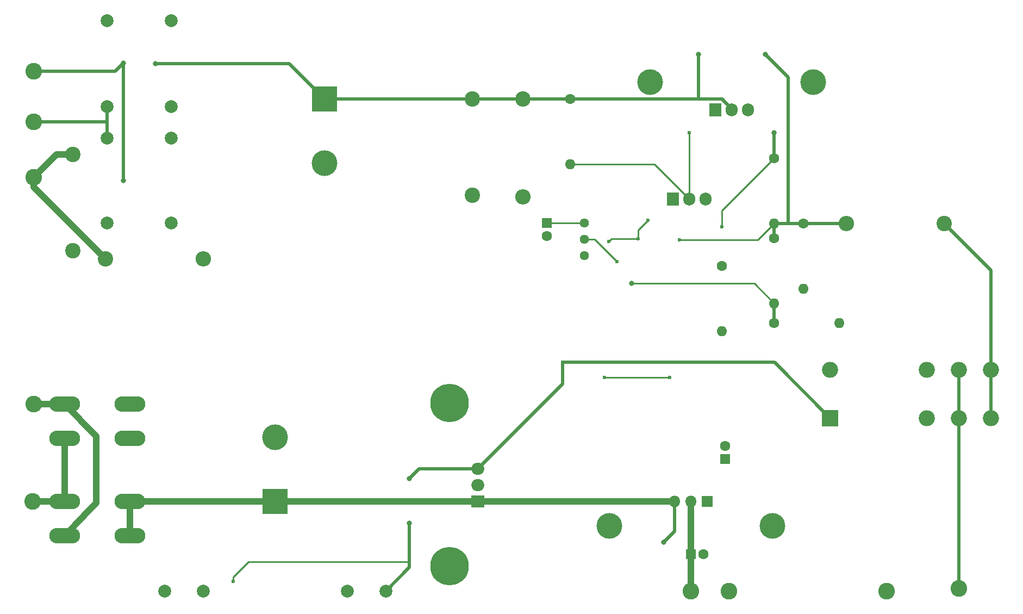
<source format=gbr>
G04 #@! TF.GenerationSoftware,KiCad,Pcbnew,(5.1.10-0-10_14)*
G04 #@! TF.CreationDate,2021-07-18T20:01:09+02:00*
G04 #@! TF.ProjectId,hv-power-supply-v1,68762d70-6f77-4657-922d-737570706c79,rev?*
G04 #@! TF.SameCoordinates,Original*
G04 #@! TF.FileFunction,Copper,L2,Bot*
G04 #@! TF.FilePolarity,Positive*
%FSLAX46Y46*%
G04 Gerber Fmt 4.6, Leading zero omitted, Abs format (unit mm)*
G04 Created by KiCad (PCBNEW (5.1.10-0-10_14)) date 2021-07-18 20:01:09*
%MOMM*%
%LPD*%
G01*
G04 APERTURE LIST*
G04 #@! TA.AperFunction,ComponentPad*
%ADD10C,6.000000*%
G04 #@! TD*
G04 #@! TA.AperFunction,ComponentPad*
%ADD11C,4.000000*%
G04 #@! TD*
G04 #@! TA.AperFunction,ComponentPad*
%ADD12R,4.000000X4.000000*%
G04 #@! TD*
G04 #@! TA.AperFunction,ComponentPad*
%ADD13R,2.000000X1.905000*%
G04 #@! TD*
G04 #@! TA.AperFunction,ComponentPad*
%ADD14O,2.000000X1.905000*%
G04 #@! TD*
G04 #@! TA.AperFunction,ComponentPad*
%ADD15O,2.400000X2.400000*%
G04 #@! TD*
G04 #@! TA.AperFunction,ComponentPad*
%ADD16C,2.400000*%
G04 #@! TD*
G04 #@! TA.AperFunction,ComponentPad*
%ADD17O,4.800600X2.400300*%
G04 #@! TD*
G04 #@! TA.AperFunction,ComponentPad*
%ADD18C,1.600000*%
G04 #@! TD*
G04 #@! TA.AperFunction,ComponentPad*
%ADD19R,1.600000X1.600000*%
G04 #@! TD*
G04 #@! TA.AperFunction,ComponentPad*
%ADD20C,2.000000*%
G04 #@! TD*
G04 #@! TA.AperFunction,ComponentPad*
%ADD21O,1.600000X1.600000*%
G04 #@! TD*
G04 #@! TA.AperFunction,ComponentPad*
%ADD22O,1.905000X2.000000*%
G04 #@! TD*
G04 #@! TA.AperFunction,ComponentPad*
%ADD23R,1.905000X2.000000*%
G04 #@! TD*
G04 #@! TA.AperFunction,ComponentPad*
%ADD24C,2.600000*%
G04 #@! TD*
G04 #@! TA.AperFunction,ComponentPad*
%ADD25C,1.440000*%
G04 #@! TD*
G04 #@! TA.AperFunction,ComponentPad*
%ADD26O,2.500000X2.500000*%
G04 #@! TD*
G04 #@! TA.AperFunction,ComponentPad*
%ADD27R,2.500000X2.500000*%
G04 #@! TD*
G04 #@! TA.AperFunction,ComponentPad*
%ADD28R,1.800000X1.800000*%
G04 #@! TD*
G04 #@! TA.AperFunction,ComponentPad*
%ADD29O,1.800000X1.800000*%
G04 #@! TD*
G04 #@! TA.AperFunction,ViaPad*
%ADD30C,0.800000*%
G04 #@! TD*
G04 #@! TA.AperFunction,ViaPad*
%ADD31C,0.600000*%
G04 #@! TD*
G04 #@! TA.AperFunction,Conductor*
%ADD32C,1.000000*%
G04 #@! TD*
G04 #@! TA.AperFunction,Conductor*
%ADD33C,0.500000*%
G04 #@! TD*
G04 #@! TA.AperFunction,Conductor*
%ADD34C,0.250000*%
G04 #@! TD*
G04 APERTURE END LIST*
D10*
X124206000Y-135890000D03*
X124206000Y-110490000D03*
D11*
X96990000Y-115753000D03*
D12*
X96990000Y-125753000D03*
D13*
X128613000Y-125753000D03*
D14*
X128613000Y-123213000D03*
X128613000Y-120673000D03*
D11*
X155410000Y-60475000D03*
X180810000Y-60475000D03*
X149060000Y-129563000D03*
X174460000Y-129563000D03*
D15*
X185991500Y-82550000D03*
D16*
X201231500Y-82550000D03*
D17*
X64224000Y-110640000D03*
X74384000Y-110640000D03*
X74384000Y-131087000D03*
X64224000Y-131087000D03*
X74384000Y-125753000D03*
X64224000Y-125753000D03*
X64224000Y-115974000D03*
X74384000Y-115974000D03*
D18*
X167094000Y-117149000D03*
D19*
X167094000Y-119149000D03*
D15*
X85814000Y-88034000D03*
D16*
X70574000Y-88034000D03*
D20*
X70828000Y-69238000D03*
X80828000Y-69238000D03*
X70828000Y-82446000D03*
X80828000Y-82446000D03*
X70828000Y-64285000D03*
X80828000Y-64285000D03*
X70828000Y-50950000D03*
X80828000Y-50950000D03*
D21*
X166649500Y-99273500D03*
D18*
X166649500Y-89113500D03*
D21*
X143002000Y-73279000D03*
D18*
X143002000Y-63119000D03*
D21*
X174777500Y-82509500D03*
D18*
X174777500Y-72349500D03*
D22*
X170650000Y-64793000D03*
X168110000Y-64793000D03*
D23*
X165570000Y-64793000D03*
D22*
X164109500Y-78699500D03*
X161569500Y-78699500D03*
D23*
X159029500Y-78699500D03*
D24*
X167729000Y-139723000D03*
X161760000Y-139723000D03*
X59398000Y-110640000D03*
X59271000Y-125753000D03*
X59398000Y-75334000D03*
X59398000Y-66698000D03*
X59398000Y-58824000D03*
D18*
X163760000Y-134008000D03*
D19*
X161760000Y-134008000D03*
D25*
X145186500Y-87526000D03*
X145186500Y-84986000D03*
X145186500Y-82446000D03*
D26*
X183496000Y-105299000D03*
X198496000Y-105299000D03*
X203496000Y-105299000D03*
X208496000Y-105299000D03*
X208496000Y-112799000D03*
X203496000Y-112799000D03*
X198496000Y-112799000D03*
D27*
X183496000Y-112799000D03*
D21*
X179349500Y-92669500D03*
D18*
X179349500Y-82509500D03*
D15*
X135636000Y-78359000D03*
D16*
X135636000Y-63119000D03*
D21*
X184937500Y-98003500D03*
D18*
X174777500Y-98003500D03*
D21*
X174777500Y-94955500D03*
D18*
X174777500Y-84795500D03*
D20*
X108293000Y-139723000D03*
X114262000Y-139723000D03*
X79845000Y-139723000D03*
X85814000Y-139723000D03*
D24*
X192240000Y-139723000D03*
X203543000Y-139342000D03*
D18*
X139382500Y-84423000D03*
D19*
X139382500Y-82423000D03*
D16*
X127762000Y-63119000D03*
X127762000Y-78119000D03*
D11*
X104711500Y-73119000D03*
D12*
X104711500Y-63119000D03*
D16*
X65494000Y-86778000D03*
X65494000Y-71778000D03*
D28*
X164300000Y-125753000D03*
D29*
X161760000Y-125753000D03*
X159220000Y-125753000D03*
D30*
X157569000Y-132103000D03*
D31*
X141800500Y-104120000D03*
D30*
X117945000Y-122197000D03*
X117945000Y-129182000D03*
D31*
X90513000Y-138199000D03*
X166649500Y-83017500D03*
D30*
X174777500Y-68349000D03*
X73368000Y-57554000D03*
X73368000Y-75842000D03*
X78368000Y-57634000D03*
X162966500Y-56157000D03*
D31*
X150304500Y-88455500D03*
X160045500Y-85049500D03*
D30*
X173380500Y-56157000D03*
D31*
X155092500Y-82001500D03*
X153568500Y-84859000D03*
X148971000Y-85344000D03*
X148361500Y-106449000D03*
X158458000Y-106449000D03*
X161569500Y-68349000D03*
D30*
X152552500Y-91844000D03*
D32*
X59398000Y-76858000D02*
X59398000Y-75334000D01*
X70574000Y-88034000D02*
X59398000Y-76858000D01*
X62954000Y-71778000D02*
X59398000Y-75334000D01*
X65494000Y-71778000D02*
X62954000Y-71778000D01*
D33*
X59398000Y-66698000D02*
X70828000Y-66698000D01*
X70828000Y-66698000D02*
X70828000Y-64285000D01*
X70828000Y-69238000D02*
X70828000Y-66698000D01*
D32*
X74384000Y-128166000D02*
X74384000Y-125753000D01*
D33*
X159220000Y-130452000D02*
X157569000Y-132103000D01*
X159220000Y-125753000D02*
X159220000Y-130452000D01*
D32*
X74384000Y-128674000D02*
X74384000Y-128166000D01*
X74384000Y-131087000D02*
X74384000Y-128674000D01*
X74384000Y-125753000D02*
X96990000Y-125753000D01*
X96990000Y-125753000D02*
X128613000Y-125753000D01*
X159220000Y-125753000D02*
X128613000Y-125753000D01*
D33*
X174817000Y-104120000D02*
X183496000Y-112799000D01*
X141800500Y-104120000D02*
X174817000Y-104120000D01*
X141800500Y-107485500D02*
X128613000Y-120673000D01*
X141800500Y-104120000D02*
X141800500Y-107485500D01*
X119469000Y-120673000D02*
X117945000Y-122197000D01*
X128613000Y-120673000D02*
X119469000Y-120673000D01*
X117945000Y-136040000D02*
X114262000Y-139723000D01*
D34*
X90513000Y-138199000D02*
X90513000Y-137515500D01*
X92862500Y-135166000D02*
X117945000Y-135166000D01*
X90513000Y-137515500D02*
X92862500Y-135166000D01*
D33*
X117945000Y-135166000D02*
X117945000Y-136040000D01*
X117945000Y-129182000D02*
X117945000Y-135166000D01*
X184937500Y-98307498D02*
X184937500Y-98003500D01*
X208496000Y-112799000D02*
X208496000Y-105299000D01*
X208496000Y-89814500D02*
X201231500Y-82550000D01*
X208496000Y-105299000D02*
X208496000Y-89814500D01*
X174777500Y-72349500D02*
X174777500Y-68349000D01*
D34*
X166649500Y-80477500D02*
X174777500Y-72349500D01*
X166649500Y-83017500D02*
X166649500Y-80477500D01*
D32*
X64224000Y-115974000D02*
X64224000Y-125753000D01*
X64224000Y-125753000D02*
X59271000Y-125753000D01*
X67324310Y-127986690D02*
X67324310Y-127859690D01*
X64224000Y-131087000D02*
X67324310Y-127986690D01*
X67324310Y-127859690D02*
X69177000Y-126007000D01*
X69177000Y-115593000D02*
X64224000Y-110640000D01*
X69177000Y-126007000D02*
X69177000Y-115593000D01*
X64224000Y-110640000D02*
X59398000Y-110640000D01*
D33*
X73368000Y-57554000D02*
X73368000Y-75842000D01*
X72098000Y-58824000D02*
X73368000Y-57554000D01*
X59398000Y-58824000D02*
X72098000Y-58824000D01*
X168110000Y-64793000D02*
X168110000Y-64570498D01*
X166658502Y-63119000D02*
X167212751Y-63673249D01*
X167212751Y-63673249D02*
X166722002Y-63182500D01*
X168110000Y-64570498D02*
X167212751Y-63673249D01*
X143002000Y-63119000D02*
X135636000Y-63119000D01*
X162966500Y-62966500D02*
X162814000Y-63119000D01*
X162966500Y-56157000D02*
X162966500Y-62966500D01*
X162814000Y-63119000D02*
X166658502Y-63119000D01*
X143002000Y-63119000D02*
X162814000Y-63119000D01*
X135636000Y-63119000D02*
X127762000Y-63119000D01*
X127762000Y-63119000D02*
X104711500Y-63119000D01*
X99226500Y-57634000D02*
X104711500Y-63119000D01*
X78368000Y-57634000D02*
X99226500Y-57634000D01*
D34*
X145163500Y-82423000D02*
X145186500Y-82446000D01*
X139382500Y-82423000D02*
X145163500Y-82423000D01*
X146835000Y-84986000D02*
X145186500Y-84986000D01*
X150304500Y-88455500D02*
X146835000Y-84986000D01*
D32*
X161760000Y-125753000D02*
X161760000Y-134008000D01*
X161760000Y-134008000D02*
X161760000Y-139723000D01*
D34*
X174777500Y-82509500D02*
X172237500Y-85049500D01*
X172237500Y-85049500D02*
X160045500Y-85049500D01*
D33*
X174777500Y-82509500D02*
X174777500Y-84795500D01*
X176936500Y-82509500D02*
X179349500Y-82509500D01*
X174777500Y-82509500D02*
X176936500Y-82509500D01*
X176936500Y-82509500D02*
X176936500Y-59713000D01*
X176936500Y-59713000D02*
X173380500Y-56157000D01*
X179390000Y-82550000D02*
X179349500Y-82509500D01*
X185991500Y-82550000D02*
X179390000Y-82550000D01*
X203670000Y-112973000D02*
X203496000Y-112799000D01*
X203496000Y-105299000D02*
X203496000Y-112799000D01*
X203543000Y-112846000D02*
X203496000Y-112799000D01*
X203543000Y-139342000D02*
X203543000Y-112846000D01*
D34*
X153568500Y-83525500D02*
X155092500Y-82001500D01*
X153568500Y-84859000D02*
X153568500Y-83525500D01*
X149456000Y-84859000D02*
X153568500Y-84859000D01*
X148971000Y-85344000D02*
X149456000Y-84859000D01*
X148361500Y-106449000D02*
X158458000Y-106449000D01*
X161569500Y-78699500D02*
X161569500Y-68349000D01*
X156149000Y-73279000D02*
X143002000Y-73279000D01*
X161569500Y-78699500D02*
X156149000Y-73279000D01*
D33*
X174777500Y-94955500D02*
X174777500Y-98003500D01*
D34*
X171666000Y-91844000D02*
X174777500Y-94955500D01*
X152552500Y-91844000D02*
X171666000Y-91844000D01*
M02*

</source>
